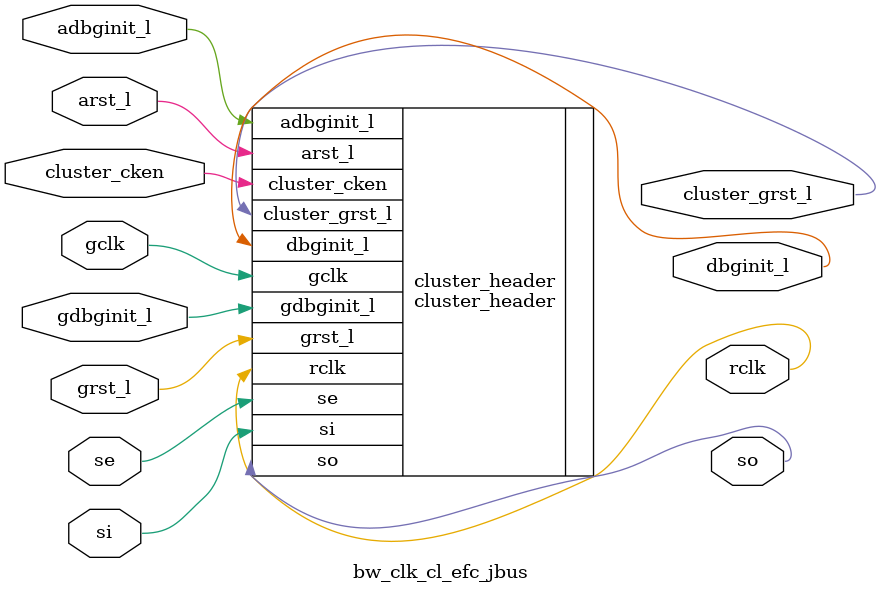
<source format=v>
/*
//  Module Name:        bw_clk_cl_efc_jbus (efc clock cluster header)
//  Description:        This block contains efc clock cluster header.
*/
////////////////////////////////////////////////////////////////////////
// Global header file includes
////////////////////////////////////////////////////////////////////////
`include "../../include/sys.h"    // system level definition file which contains the
                    // time scale definition
`include "../../include/iop.h"    // definitions common at the iop level

////////////////////////////////////////////////////////////////////////

////////////////////////////////////////////////////////////////////////
// Local header file includes / local defines
////////////////////////////////////////////////////////////////////////

////////////////////////////////////////////////////////////////////////
// Interface signal list declarations
////////////////////////////////////////////////////////////////////////
module bw_clk_cl_efc_jbus (/*AUTOARG*/
    // Outputs
    dbginit_l, cluster_grst_l, rclk, so, 
    // Inputs
    gclk, cluster_cken, arst_l, grst_l, adbginit_l, gdbginit_l, si, 
    se
    );
    
    ////////////////////////////////////////////////////////////////////
    // Local defines
    ////////////////////////////////////////////////////////////////////
    
    ////////////////////////////////////////////////////////////////////
    // Interface signal type declarations
    ////////////////////////////////////////////////////////////////////
    // Outputs
    output                                       dbginit_l;
    output                                       cluster_grst_l;    
    output                                       rclk;    
    output                                       so;    
        
    // Inputs
    input                                        gclk;    
    input                                        cluster_cken;    
    input                                        arst_l;    
    input                                        grst_l;    
    input                                        adbginit_l;    
    input                                        gdbginit_l;    
    input                                        si;
    input                                        se;
    
    ////////////////////////////////////////////////////////////////////
    // Code start here 
    ////////////////////////////////////////////////////////////////////    
    cluster_header cluster_header (/*AUTOINST*/
                                   // Outputs
                                   .dbginit_l(dbginit_l),
                                   .cluster_grst_l(cluster_grst_l),
                                   .rclk(rclk),
                                   .so  (so),
                                   // Inputs
                                   .gclk(gclk),
                                   .cluster_cken(cluster_cken),
                                   .arst_l(arst_l),
                                   .grst_l(grst_l),
                                   .adbginit_l(adbginit_l),
                                   .gdbginit_l(gdbginit_l),
                                   .si  (si),
                                   .se  (se));
    
endmodule // bw_clk_cl_efc_jbus
// Local Variables:
// verilog-library-directories:("." "../../common/rtl/")
// End:

</source>
